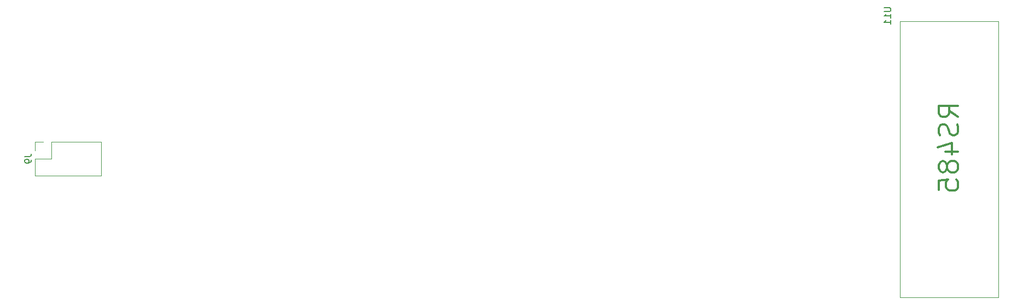
<source format=gbr>
%TF.GenerationSoftware,KiCad,Pcbnew,(5.1.6)-1*%
%TF.CreationDate,2021-11-09T09:23:04+01:00*%
%TF.ProjectId,boneIO_input board_v0.3,626f6e65-494f-45f6-996e-70757420626f,rev?*%
%TF.SameCoordinates,Original*%
%TF.FileFunction,Legend,Bot*%
%TF.FilePolarity,Positive*%
%FSLAX46Y46*%
G04 Gerber Fmt 4.6, Leading zero omitted, Abs format (unit mm)*
G04 Created by KiCad (PCBNEW (5.1.6)-1) date 2021-11-09 09:23:04*
%MOMM*%
%LPD*%
G01*
G04 APERTURE LIST*
%ADD10C,0.300000*%
%ADD11C,0.120000*%
%ADD12C,0.150000*%
G04 APERTURE END LIST*
D10*
X251292142Y-76554285D02*
X249863571Y-75554285D01*
X251292142Y-74840000D02*
X248292142Y-74840000D01*
X248292142Y-75982857D01*
X248435000Y-76268571D01*
X248577857Y-76411428D01*
X248863571Y-76554285D01*
X249292142Y-76554285D01*
X249577857Y-76411428D01*
X249720714Y-76268571D01*
X249863571Y-75982857D01*
X249863571Y-74840000D01*
X251149285Y-77697142D02*
X251292142Y-78125714D01*
X251292142Y-78840000D01*
X251149285Y-79125714D01*
X251006428Y-79268571D01*
X250720714Y-79411428D01*
X250435000Y-79411428D01*
X250149285Y-79268571D01*
X250006428Y-79125714D01*
X249863571Y-78840000D01*
X249720714Y-78268571D01*
X249577857Y-77982857D01*
X249435000Y-77840000D01*
X249149285Y-77697142D01*
X248863571Y-77697142D01*
X248577857Y-77840000D01*
X248435000Y-77982857D01*
X248292142Y-78268571D01*
X248292142Y-78982857D01*
X248435000Y-79411428D01*
X249292142Y-81982857D02*
X251292142Y-81982857D01*
X248149285Y-81268571D02*
X250292142Y-80554285D01*
X250292142Y-82411428D01*
X249577857Y-83982857D02*
X249435000Y-83697142D01*
X249292142Y-83554285D01*
X249006428Y-83411428D01*
X248863571Y-83411428D01*
X248577857Y-83554285D01*
X248435000Y-83697142D01*
X248292142Y-83982857D01*
X248292142Y-84554285D01*
X248435000Y-84840000D01*
X248577857Y-84982857D01*
X248863571Y-85125714D01*
X249006428Y-85125714D01*
X249292142Y-84982857D01*
X249435000Y-84840000D01*
X249577857Y-84554285D01*
X249577857Y-83982857D01*
X249720714Y-83697142D01*
X249863571Y-83554285D01*
X250149285Y-83411428D01*
X250720714Y-83411428D01*
X251006428Y-83554285D01*
X251149285Y-83697142D01*
X251292142Y-83982857D01*
X251292142Y-84554285D01*
X251149285Y-84840000D01*
X251006428Y-84982857D01*
X250720714Y-85125714D01*
X250149285Y-85125714D01*
X249863571Y-84982857D01*
X249720714Y-84840000D01*
X249577857Y-84554285D01*
X248292142Y-87840000D02*
X248292142Y-86411428D01*
X249720714Y-86268571D01*
X249577857Y-86411428D01*
X249435000Y-86697142D01*
X249435000Y-87411428D01*
X249577857Y-87697142D01*
X249720714Y-87840000D01*
X250006428Y-87982857D01*
X250720714Y-87982857D01*
X251006428Y-87840000D01*
X251149285Y-87697142D01*
X251292142Y-87411428D01*
X251292142Y-86697142D01*
X251149285Y-86411428D01*
X251006428Y-86268571D01*
D11*
%TO.C,J9*%
X108315000Y-80430000D02*
X108315000Y-81760000D01*
X109645000Y-80430000D02*
X108315000Y-80430000D01*
X108315000Y-83030000D02*
X108315000Y-85630000D01*
X110915000Y-83030000D02*
X108315000Y-83030000D01*
X110915000Y-80430000D02*
X110915000Y-83030000D01*
X108315000Y-85630000D02*
X118595000Y-85630000D01*
X110915000Y-80430000D02*
X118595000Y-80430000D01*
X118595000Y-80430000D02*
X118595000Y-85630000D01*
%TO.C,U11*%
X257505000Y-61750000D02*
X257505000Y-104550000D01*
X242285000Y-61750000D02*
X257505000Y-61750000D01*
X242285000Y-104550000D02*
X257505000Y-104550000D01*
X242285000Y-61750000D02*
X242285000Y-104550000D01*
%TO.C,J9*%
D12*
X106767380Y-82696666D02*
X107481666Y-82696666D01*
X107624523Y-82649047D01*
X107719761Y-82553809D01*
X107767380Y-82410952D01*
X107767380Y-82315714D01*
X107767380Y-83220476D02*
X107767380Y-83410952D01*
X107719761Y-83506190D01*
X107672142Y-83553809D01*
X107529285Y-83649047D01*
X107338809Y-83696666D01*
X106957857Y-83696666D01*
X106862619Y-83649047D01*
X106815000Y-83601428D01*
X106767380Y-83506190D01*
X106767380Y-83315714D01*
X106815000Y-83220476D01*
X106862619Y-83172857D01*
X106957857Y-83125238D01*
X107195952Y-83125238D01*
X107291190Y-83172857D01*
X107338809Y-83220476D01*
X107386428Y-83315714D01*
X107386428Y-83506190D01*
X107338809Y-83601428D01*
X107291190Y-83649047D01*
X107195952Y-83696666D01*
%TO.C,U11*%
X239847380Y-59601904D02*
X240656904Y-59601904D01*
X240752142Y-59649523D01*
X240799761Y-59697142D01*
X240847380Y-59792380D01*
X240847380Y-59982857D01*
X240799761Y-60078095D01*
X240752142Y-60125714D01*
X240656904Y-60173333D01*
X239847380Y-60173333D01*
X240847380Y-61173333D02*
X240847380Y-60601904D01*
X240847380Y-60887619D02*
X239847380Y-60887619D01*
X239990238Y-60792380D01*
X240085476Y-60697142D01*
X240133095Y-60601904D01*
X240847380Y-62125714D02*
X240847380Y-61554285D01*
X240847380Y-61840000D02*
X239847380Y-61840000D01*
X239990238Y-61744761D01*
X240085476Y-61649523D01*
X240133095Y-61554285D01*
%TD*%
M02*

</source>
